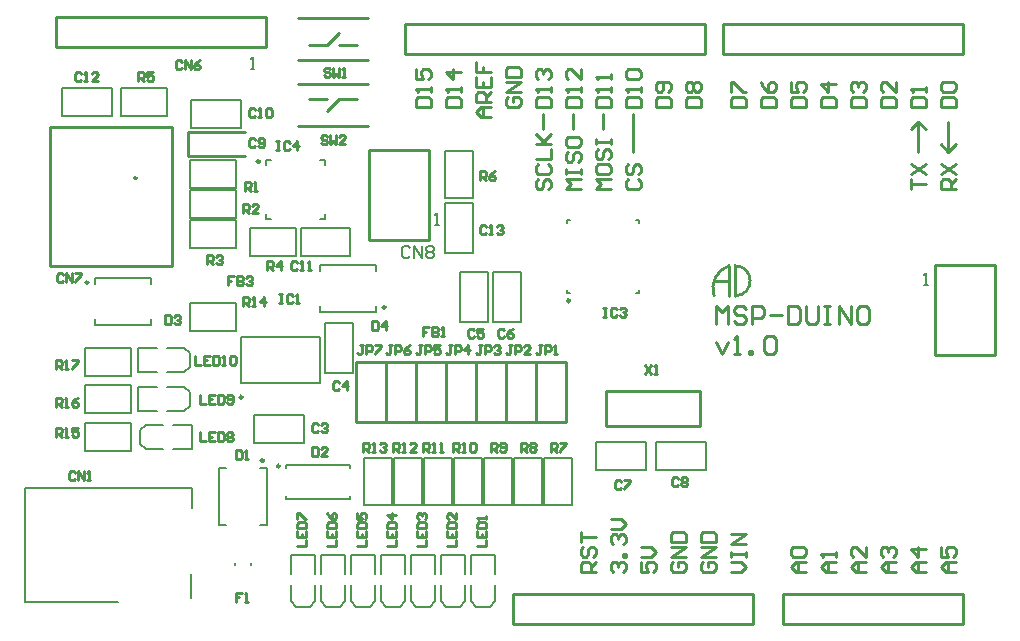
<source format=gto>
G04 Layer_Color=65535*
%FSLAX25Y25*%
%MOIN*%
G70*
G01*
G75*
%ADD32C,0.01000*%
%ADD43C,0.00984*%
%ADD44C,0.00787*%
%ADD45C,0.00600*%
D32*
X229000Y114500D02*
G03*
X229000Y124500I0J5000D01*
G01*
X227000Y124500D02*
G03*
X222000Y114500I2500J-7500D01*
G01*
X29461Y153800D02*
G03*
X29461Y153800I-361J0D01*
G01*
X155000Y5000D02*
X235000D01*
Y15000D01*
X155000D02*
X235000D01*
X155000Y5000D02*
Y15000D01*
X227000Y114500D02*
Y124500D01*
X229000Y114500D02*
Y124500D01*
X222000Y119500D02*
X227000D01*
X107000Y133000D02*
X127000D01*
X107000D02*
Y163000D01*
X127000Y133000D02*
Y163000D01*
X107000D02*
X127000D01*
X93032Y176031D02*
X96969Y179969D01*
X87126D02*
X93032D01*
X96969D02*
X102874D01*
X83189Y170913D02*
X106811D01*
X83189Y185087D02*
X106811D01*
X93032Y198031D02*
X96969Y201969D01*
Y198031D02*
X102874D01*
X87126D02*
X93032D01*
X83189Y207087D02*
X106811D01*
X83189Y192913D02*
X106811D01*
X600Y170800D02*
X41300D01*
Y124300D02*
Y170800D01*
X600Y124300D02*
X41300D01*
X600D02*
Y170800D01*
X219000Y195000D02*
Y205000D01*
X119000Y195000D02*
X219000D01*
X119000D02*
Y205000D01*
X219000D01*
X225000D02*
X305000D01*
X225000Y195000D02*
Y205000D01*
Y195000D02*
X305000D01*
Y205000D01*
X245000Y15000D02*
X305000D01*
Y5000D02*
Y15000D01*
X245000Y5000D02*
Y15000D01*
Y5000D02*
X305000D01*
X295551Y124803D02*
X315551D01*
Y94803D02*
Y124803D01*
X295551Y94803D02*
Y124803D01*
Y94803D02*
X315551D01*
X185882Y71095D02*
X217378D01*
Y82906D01*
X185882D02*
X217378D01*
X185882Y71095D02*
Y82906D01*
X72500Y197500D02*
Y207500D01*
X2500Y197500D02*
X72500D01*
X2500D02*
Y207500D01*
X72500D01*
X102500Y72500D02*
Y92500D01*
Y72500D02*
X112500D01*
Y92500D01*
X102500D02*
X112500D01*
Y72500D02*
Y92500D01*
Y72500D02*
X122500D01*
Y92500D01*
X112500D02*
X122500D01*
Y72500D02*
Y92500D01*
Y72500D02*
X132500D01*
Y92500D01*
X122500D02*
X132500D01*
Y72500D02*
Y92500D01*
Y72500D02*
X142500D01*
Y92500D01*
X132500D02*
X142500D01*
Y72500D02*
Y92500D01*
Y72500D02*
X152500D01*
Y92500D01*
X142500D02*
X152500D01*
Y72500D02*
Y92500D01*
Y72500D02*
X162500D01*
Y92500D01*
X152500D02*
X162500D01*
Y72500D02*
Y92500D01*
Y72500D02*
X172500D01*
Y92500D01*
X162500D02*
X172500D01*
X46500Y161000D02*
X65500D01*
X46500D02*
Y169000D01*
X65500D01*
X300000Y162500D02*
Y172500D01*
X297500Y165000D02*
X300000Y162500D01*
X302500Y165000D01*
X290000Y162500D02*
Y172500D01*
X287500Y170000D02*
X290000Y172500D01*
X292500Y170000D01*
X195000Y162500D02*
Y175000D01*
X185000Y170000D02*
Y175000D01*
X175000Y170000D02*
Y175000D01*
X165000Y170000D02*
Y175000D01*
X77000Y114999D02*
X78000D01*
X77500D01*
Y112000D01*
X77000D01*
X78000D01*
X81498Y114499D02*
X80999Y114999D01*
X79999D01*
X79499Y114499D01*
Y112500D01*
X79999Y112000D01*
X80999D01*
X81498Y112500D01*
X82498Y112000D02*
X83498D01*
X82998D01*
Y114999D01*
X82498Y114499D01*
X133001Y31000D02*
X136000D01*
Y32999D01*
X133001Y35998D02*
Y33999D01*
X136000D01*
Y35998D01*
X134501Y33999D02*
Y34999D01*
X133001Y36998D02*
X136000D01*
Y38498D01*
X135500Y38997D01*
X133501D01*
X133001Y38498D01*
Y36998D01*
X136000Y41996D02*
Y39997D01*
X134001Y41996D01*
X133501D01*
X133001Y41497D01*
Y40497D01*
X133501Y39997D01*
X8999Y55499D02*
X8500Y55999D01*
X7500D01*
X7000Y55499D01*
Y53500D01*
X7500Y53000D01*
X8500D01*
X8999Y53500D01*
X9999Y53000D02*
Y55999D01*
X11998Y53000D01*
Y55999D01*
X12998Y53000D02*
X13998D01*
X13498D01*
Y55999D01*
X12998Y55499D01*
X2500Y90000D02*
Y92999D01*
X3999D01*
X4499Y92499D01*
Y91500D01*
X3999Y91000D01*
X2500D01*
X3500D02*
X4499Y90000D01*
X5499D02*
X6499D01*
X5999D01*
Y92999D01*
X5499Y92499D01*
X7998Y92999D02*
X9998D01*
Y92499D01*
X7998Y90500D01*
Y90000D01*
X2500Y77500D02*
Y80499D01*
X3999D01*
X4499Y79999D01*
Y79000D01*
X3999Y78500D01*
X2500D01*
X3500D02*
X4499Y77500D01*
X5499D02*
X6499D01*
X5999D01*
Y80499D01*
X5499Y79999D01*
X9998Y80499D02*
X8998Y79999D01*
X7998Y79000D01*
Y78000D01*
X8498Y77500D01*
X9498D01*
X9998Y78000D01*
Y78500D01*
X9498Y79000D01*
X7998D01*
X2500Y67500D02*
Y70499D01*
X3999D01*
X4499Y69999D01*
Y68999D01*
X3999Y68500D01*
X2500D01*
X3500D02*
X4499Y67500D01*
X5499D02*
X6499D01*
X5999D01*
Y70499D01*
X5499Y69999D01*
X9998Y70499D02*
X7998D01*
Y68999D01*
X8998Y69499D01*
X9498D01*
X9998Y68999D01*
Y68000D01*
X9498Y67500D01*
X8498D01*
X7998Y68000D01*
X65000Y111000D02*
Y113999D01*
X66500D01*
X66999Y113499D01*
Y112499D01*
X66500Y112000D01*
X65000D01*
X66000D02*
X66999Y111000D01*
X67999D02*
X68999D01*
X68499D01*
Y113999D01*
X67999Y113499D01*
X71998Y111000D02*
Y113999D01*
X70498Y112499D01*
X72498D01*
X49000Y94499D02*
Y91500D01*
X50999D01*
X53998Y94499D02*
X51999D01*
Y91500D01*
X53998D01*
X51999Y93000D02*
X52999D01*
X54998Y94499D02*
Y91500D01*
X56498D01*
X56997Y92000D01*
Y93999D01*
X56498Y94499D01*
X54998D01*
X57997Y91500D02*
X58997D01*
X58497D01*
Y94499D01*
X57997Y93999D01*
X60496D02*
X60996Y94499D01*
X61996D01*
X62496Y93999D01*
Y92000D01*
X61996Y91500D01*
X60996D01*
X60496Y92000D01*
Y93999D01*
X50500Y81499D02*
Y78500D01*
X52499D01*
X55498Y81499D02*
X53499D01*
Y78500D01*
X55498D01*
X53499Y80000D02*
X54499D01*
X56498Y81499D02*
Y78500D01*
X57998D01*
X58497Y79000D01*
Y80999D01*
X57998Y81499D01*
X56498D01*
X59497Y79000D02*
X59997Y78500D01*
X60997D01*
X61496Y79000D01*
Y80999D01*
X60997Y81499D01*
X59997D01*
X59497Y80999D01*
Y80499D01*
X59997Y80000D01*
X61496D01*
X50500Y68999D02*
Y66000D01*
X52499D01*
X55498Y68999D02*
X53499D01*
Y66000D01*
X55498D01*
X53499Y67500D02*
X54499D01*
X56498Y68999D02*
Y66000D01*
X57998D01*
X58497Y66500D01*
Y68499D01*
X57998Y68999D01*
X56498D01*
X59497Y68499D02*
X59997Y68999D01*
X60997D01*
X61496Y68499D01*
Y67999D01*
X60997Y67500D01*
X61496Y67000D01*
Y66500D01*
X60997Y66000D01*
X59997D01*
X59497Y66500D01*
Y67000D01*
X59997Y67500D01*
X59497Y67999D01*
Y68499D01*
X59997Y67500D02*
X60997D01*
X61999Y120999D02*
X60000D01*
Y119500D01*
X61000D01*
X60000D01*
Y118000D01*
X62999Y120999D02*
Y118000D01*
X64499D01*
X64998Y118500D01*
Y119000D01*
X64499Y119500D01*
X62999D01*
X64499D01*
X64998Y119999D01*
Y120499D01*
X64499Y120999D01*
X62999D01*
X65998Y120499D02*
X66498Y120999D01*
X67498D01*
X67997Y120499D01*
Y119999D01*
X67498Y119500D01*
X66998D01*
X67498D01*
X67997Y119000D01*
Y118500D01*
X67498Y118000D01*
X66498D01*
X65998Y118500D01*
X64499Y15499D02*
X62500D01*
Y13999D01*
X63500D01*
X62500D01*
Y12500D01*
X65499D02*
X66499D01*
X65999D01*
Y15499D01*
X65499Y14999D01*
X39000Y107999D02*
Y105000D01*
X40499D01*
X40999Y105500D01*
Y107499D01*
X40499Y107999D01*
X39000D01*
X41999Y107499D02*
X42499Y107999D01*
X43499D01*
X43998Y107499D01*
Y106999D01*
X43499Y106500D01*
X42999D01*
X43499D01*
X43998Y106000D01*
Y105500D01*
X43499Y105000D01*
X42499D01*
X41999Y105500D01*
X88000Y63999D02*
Y61000D01*
X89499D01*
X89999Y61500D01*
Y63499D01*
X89499Y63999D01*
X88000D01*
X92998Y61000D02*
X90999D01*
X92998Y62999D01*
Y63499D01*
X92499Y63999D01*
X91499D01*
X90999Y63499D01*
X4999Y121499D02*
X4499Y121999D01*
X3500D01*
X3000Y121499D01*
Y119500D01*
X3500Y119000D01*
X4499D01*
X4999Y119500D01*
X5999Y119000D02*
Y121999D01*
X7998Y119000D01*
Y121999D01*
X8998D02*
X10997D01*
Y121499D01*
X8998Y119500D01*
Y119000D01*
X199000Y91499D02*
X200999Y88500D01*
Y91499D02*
X199000Y88500D01*
X201999D02*
X202999D01*
X202499D01*
Y91499D01*
X201999Y90999D01*
X126999Y103999D02*
X125000D01*
Y102499D01*
X126000D01*
X125000D01*
Y101000D01*
X127999Y103999D02*
Y101000D01*
X129499D01*
X129998Y101500D01*
Y102000D01*
X129499Y102499D01*
X127999D01*
X129499D01*
X129998Y102999D01*
Y103499D01*
X129499Y103999D01*
X127999D01*
X130998Y101000D02*
X131998D01*
X131498D01*
Y103999D01*
X130998Y103499D01*
X62500Y62999D02*
Y60000D01*
X63999D01*
X64499Y60500D01*
Y62499D01*
X63999Y62999D01*
X62500D01*
X65499Y60000D02*
X66499D01*
X65999D01*
Y62999D01*
X65499Y62499D01*
X209999Y53499D02*
X209500Y53999D01*
X208500D01*
X208000Y53499D01*
Y51500D01*
X208500Y51000D01*
X209500D01*
X209999Y51500D01*
X210999Y53499D02*
X211499Y53999D01*
X212498D01*
X212998Y53499D01*
Y52999D01*
X212498Y52500D01*
X212998Y52000D01*
Y51500D01*
X212498Y51000D01*
X211499D01*
X210999Y51500D01*
Y52000D01*
X211499Y52500D01*
X210999Y52999D01*
Y53499D01*
X211499Y52500D02*
X212498D01*
X190999Y52499D02*
X190499Y52999D01*
X189500D01*
X189000Y52499D01*
Y50500D01*
X189500Y50000D01*
X190499D01*
X190999Y50500D01*
X191999Y52999D02*
X193998D01*
Y52499D01*
X191999Y50500D01*
Y50000D01*
X151999Y102999D02*
X151499Y103499D01*
X150500D01*
X150000Y102999D01*
Y101000D01*
X150500Y100500D01*
X151499D01*
X151999Y101000D01*
X154998Y103499D02*
X153999Y102999D01*
X152999Y101999D01*
Y101000D01*
X153499Y100500D01*
X154499D01*
X154998Y101000D01*
Y101500D01*
X154499Y101999D01*
X152999D01*
X141999Y102999D02*
X141499Y103499D01*
X140500D01*
X140000Y102999D01*
Y101000D01*
X140500Y100500D01*
X141499D01*
X141999Y101000D01*
X144998Y103499D02*
X142999D01*
Y101999D01*
X143999Y102499D01*
X144499D01*
X144998Y101999D01*
Y101000D01*
X144499Y100500D01*
X143499D01*
X142999Y101000D01*
X96999Y85499D02*
X96500Y85999D01*
X95500D01*
X95000Y85499D01*
Y83500D01*
X95500Y83000D01*
X96500D01*
X96999Y83500D01*
X99499Y83000D02*
Y85999D01*
X97999Y84500D01*
X99998D01*
X89999Y71499D02*
X89499Y71999D01*
X88500D01*
X88000Y71499D01*
Y69500D01*
X88500Y69000D01*
X89499D01*
X89999Y69500D01*
X90999Y71499D02*
X91499Y71999D01*
X92499D01*
X92998Y71499D01*
Y70999D01*
X92499Y70499D01*
X91999D01*
X92499D01*
X92998Y70000D01*
Y69500D01*
X92499Y69000D01*
X91499D01*
X90999Y69500D01*
X68999Y166499D02*
X68499Y166999D01*
X67500D01*
X67000Y166499D01*
Y164500D01*
X67500Y164000D01*
X68499D01*
X68999Y164500D01*
X69999D02*
X70499Y164000D01*
X71499D01*
X71998Y164500D01*
Y166499D01*
X71499Y166999D01*
X70499D01*
X69999Y166499D01*
Y165999D01*
X70499Y165499D01*
X71998D01*
X68999Y176499D02*
X68499Y176999D01*
X67500D01*
X67000Y176499D01*
Y174500D01*
X67500Y174000D01*
X68499D01*
X68999Y174500D01*
X69999Y174000D02*
X70999D01*
X70499D01*
Y176999D01*
X69999Y176499D01*
X72498D02*
X72998Y176999D01*
X73998D01*
X74498Y176499D01*
Y174500D01*
X73998Y174000D01*
X72998D01*
X72498Y174500D01*
Y176499D01*
X82999Y125499D02*
X82499Y125999D01*
X81500D01*
X81000Y125499D01*
Y123500D01*
X81500Y123000D01*
X82499D01*
X82999Y123500D01*
X83999Y123000D02*
X84999D01*
X84499D01*
Y125999D01*
X83999Y125499D01*
X86498Y123000D02*
X87498D01*
X86998D01*
Y125999D01*
X86498Y125499D01*
X76000Y165999D02*
X77000D01*
X76500D01*
Y163000D01*
X76000D01*
X77000D01*
X80498Y165499D02*
X79999Y165999D01*
X78999D01*
X78499Y165499D01*
Y163500D01*
X78999Y163000D01*
X79999D01*
X80498Y163500D01*
X82998Y163000D02*
Y165999D01*
X81498Y164499D01*
X83498D01*
X65500Y149500D02*
Y152499D01*
X67000D01*
X67499Y151999D01*
Y150999D01*
X67000Y150500D01*
X65500D01*
X66500D02*
X67499Y149500D01*
X68499D02*
X69499D01*
X68999D01*
Y152499D01*
X68499Y151999D01*
X65000Y142000D02*
Y144999D01*
X66500D01*
X66999Y144499D01*
Y143500D01*
X66500Y143000D01*
X65000D01*
X66000D02*
X66999Y142000D01*
X69998D02*
X67999D01*
X69998Y143999D01*
Y144499D01*
X69499Y144999D01*
X68499D01*
X67999Y144499D01*
X53000Y125000D02*
Y127999D01*
X54500D01*
X54999Y127499D01*
Y126499D01*
X54500Y126000D01*
X53000D01*
X54000D02*
X54999Y125000D01*
X55999Y127499D02*
X56499Y127999D01*
X57499D01*
X57998Y127499D01*
Y126999D01*
X57499Y126499D01*
X56999D01*
X57499D01*
X57998Y126000D01*
Y125500D01*
X57499Y125000D01*
X56499D01*
X55999Y125500D01*
X73000Y123000D02*
Y125999D01*
X74499D01*
X74999Y125499D01*
Y124499D01*
X74499Y124000D01*
X73000D01*
X74000D02*
X74999Y123000D01*
X77499D02*
Y125999D01*
X75999Y124499D01*
X77998D01*
X185000Y110499D02*
X186000D01*
X185500D01*
Y107500D01*
X185000D01*
X186000D01*
X189498Y109999D02*
X188999Y110499D01*
X187999D01*
X187499Y109999D01*
Y108000D01*
X187999Y107500D01*
X188999D01*
X189498Y108000D01*
X190498Y109999D02*
X190998Y110499D01*
X191998D01*
X192498Y109999D01*
Y109499D01*
X191998Y109000D01*
X191498D01*
X191998D01*
X192498Y108500D01*
Y108000D01*
X191998Y107500D01*
X190998D01*
X190498Y108000D01*
X10999Y188499D02*
X10499Y188999D01*
X9500D01*
X9000Y188499D01*
Y186500D01*
X9500Y186000D01*
X10499D01*
X10999Y186500D01*
X11999Y186000D02*
X12999D01*
X12499D01*
Y188999D01*
X11999Y188499D01*
X16498Y186000D02*
X14498D01*
X16498Y187999D01*
Y188499D01*
X15998Y188999D01*
X14998D01*
X14498Y188499D01*
X145999Y137499D02*
X145500Y137999D01*
X144500D01*
X144000Y137499D01*
Y135500D01*
X144500Y135000D01*
X145500D01*
X145999Y135500D01*
X146999Y135000D02*
X147999D01*
X147499D01*
Y137999D01*
X146999Y137499D01*
X149498D02*
X149998Y137999D01*
X150998D01*
X151498Y137499D01*
Y136999D01*
X150998Y136500D01*
X150498D01*
X150998D01*
X151498Y136000D01*
Y135500D01*
X150998Y135000D01*
X149998D01*
X149498Y135500D01*
X143001Y31000D02*
X146000D01*
Y32999D01*
X143001Y35998D02*
Y33999D01*
X146000D01*
Y35998D01*
X144501Y33999D02*
Y34999D01*
X143001Y36998D02*
X146000D01*
Y38498D01*
X145500Y38997D01*
X143501D01*
X143001Y38498D01*
Y36998D01*
X146000Y39997D02*
Y40997D01*
Y40497D01*
X143001D01*
X143501Y39997D01*
X123001Y31000D02*
X126000D01*
Y32999D01*
X123001Y35998D02*
Y33999D01*
X126000D01*
Y35998D01*
X124501Y33999D02*
Y34999D01*
X123001Y36998D02*
X126000D01*
Y38498D01*
X125500Y38997D01*
X123501D01*
X123001Y38498D01*
Y36998D01*
X123501Y39997D02*
X123001Y40497D01*
Y41497D01*
X123501Y41996D01*
X124001D01*
X124501Y41497D01*
Y40997D01*
Y41497D01*
X125000Y41996D01*
X125500D01*
X126000Y41497D01*
Y40497D01*
X125500Y39997D01*
X113001Y31000D02*
X116000D01*
Y32999D01*
X113001Y35998D02*
Y33999D01*
X116000D01*
Y35998D01*
X114500Y33999D02*
Y34999D01*
X113001Y36998D02*
X116000D01*
Y38498D01*
X115500Y38997D01*
X113501D01*
X113001Y38498D01*
Y36998D01*
X116000Y41497D02*
X113001D01*
X114500Y39997D01*
Y41996D01*
X30000Y186000D02*
Y188999D01*
X31499D01*
X31999Y188499D01*
Y187499D01*
X31499Y187000D01*
X30000D01*
X31000D02*
X31999Y186000D01*
X34998Y188999D02*
X32999D01*
Y187499D01*
X33999Y187999D01*
X34499D01*
X34998Y187499D01*
Y186500D01*
X34499Y186000D01*
X33499D01*
X32999Y186500D01*
X144000Y153000D02*
Y155999D01*
X145500D01*
X145999Y155499D01*
Y154499D01*
X145500Y154000D01*
X144000D01*
X145000D02*
X145999Y153000D01*
X148998Y155999D02*
X147999Y155499D01*
X146999Y154499D01*
Y153500D01*
X147499Y153000D01*
X148499D01*
X148998Y153500D01*
Y154000D01*
X148499Y154499D01*
X146999D01*
X167500Y62500D02*
Y65499D01*
X169000D01*
X169499Y64999D01*
Y63999D01*
X169000Y63500D01*
X167500D01*
X168500D02*
X169499Y62500D01*
X170499Y65499D02*
X172498D01*
Y64999D01*
X170499Y63000D01*
Y62500D01*
X157500D02*
Y65499D01*
X159000D01*
X159499Y64999D01*
Y63999D01*
X159000Y63500D01*
X157500D01*
X158500D02*
X159499Y62500D01*
X160499Y64999D02*
X160999Y65499D01*
X161999D01*
X162498Y64999D01*
Y64499D01*
X161999Y63999D01*
X162498Y63500D01*
Y63000D01*
X161999Y62500D01*
X160999D01*
X160499Y63000D01*
Y63500D01*
X160999Y63999D01*
X160499Y64499D01*
Y64999D01*
X160999Y63999D02*
X161999D01*
X147500Y62500D02*
Y65499D01*
X149000D01*
X149499Y64999D01*
Y63999D01*
X149000Y63500D01*
X147500D01*
X148500D02*
X149499Y62500D01*
X150499Y63000D02*
X150999Y62500D01*
X151999D01*
X152498Y63000D01*
Y64999D01*
X151999Y65499D01*
X150999D01*
X150499Y64999D01*
Y64499D01*
X150999Y63999D01*
X152498D01*
X135000Y62500D02*
Y65499D01*
X136500D01*
X136999Y64999D01*
Y63999D01*
X136500Y63500D01*
X135000D01*
X136000D02*
X136999Y62500D01*
X137999D02*
X138999D01*
X138499D01*
Y65499D01*
X137999Y64999D01*
X140498D02*
X140998Y65499D01*
X141998D01*
X142498Y64999D01*
Y63000D01*
X141998Y62500D01*
X140998D01*
X140498Y63000D01*
Y64999D01*
X93999Y189999D02*
X93499Y190499D01*
X92500D01*
X92000Y189999D01*
Y189499D01*
X92500Y188999D01*
X93499D01*
X93999Y188500D01*
Y188000D01*
X93499Y187500D01*
X92500D01*
X92000Y188000D01*
X94999Y190499D02*
Y187500D01*
X95999Y188500D01*
X96998Y187500D01*
Y190499D01*
X97998Y187500D02*
X98998D01*
X98498D01*
Y190499D01*
X97998Y189999D01*
X92999Y167499D02*
X92500Y167999D01*
X91500D01*
X91000Y167499D01*
Y166999D01*
X91500Y166499D01*
X92500D01*
X92999Y166000D01*
Y165500D01*
X92500Y165000D01*
X91500D01*
X91000Y165500D01*
X93999Y167999D02*
Y165000D01*
X94999Y166000D01*
X95998Y165000D01*
Y167999D01*
X98997Y165000D02*
X96998D01*
X98997Y166999D01*
Y167499D01*
X98498Y167999D01*
X97498D01*
X96998Y167499D01*
X44499Y192499D02*
X43999Y192999D01*
X43000D01*
X42500Y192499D01*
Y190500D01*
X43000Y190000D01*
X43999D01*
X44499Y190500D01*
X45499Y190000D02*
Y192999D01*
X47498Y190000D01*
Y192999D01*
X50497D02*
X49498Y192499D01*
X48498Y191499D01*
Y190500D01*
X48998Y190000D01*
X49998D01*
X50497Y190500D01*
Y191000D01*
X49998Y191499D01*
X48498D01*
X164499Y97999D02*
X163500D01*
X163999D01*
Y95500D01*
X163500Y95000D01*
X163000D01*
X162500Y95500D01*
X165499Y95000D02*
Y97999D01*
X166999D01*
X167498Y97499D01*
Y96500D01*
X166999Y96000D01*
X165499D01*
X168498Y95000D02*
X169498D01*
X168998D01*
Y97999D01*
X168498Y97499D01*
X154499Y97999D02*
X153500D01*
X153999D01*
Y95500D01*
X153500Y95000D01*
X153000D01*
X152500Y95500D01*
X155499Y95000D02*
Y97999D01*
X156999D01*
X157498Y97499D01*
Y96500D01*
X156999Y96000D01*
X155499D01*
X160497Y95000D02*
X158498D01*
X160497Y96999D01*
Y97499D01*
X159998Y97999D01*
X158998D01*
X158498Y97499D01*
X144499Y97999D02*
X143500D01*
X144000D01*
Y95500D01*
X143500Y95000D01*
X143000D01*
X142500Y95500D01*
X145499Y95000D02*
Y97999D01*
X146999D01*
X147498Y97499D01*
Y96500D01*
X146999Y96000D01*
X145499D01*
X148498Y97499D02*
X148998Y97999D01*
X149998D01*
X150497Y97499D01*
Y96999D01*
X149998Y96500D01*
X149498D01*
X149998D01*
X150497Y96000D01*
Y95500D01*
X149998Y95000D01*
X148998D01*
X148498Y95500D01*
X134499Y97999D02*
X133500D01*
X134000D01*
Y95500D01*
X133500Y95000D01*
X133000D01*
X132500Y95500D01*
X135499Y95000D02*
Y97999D01*
X136999D01*
X137498Y97499D01*
Y96500D01*
X136999Y96000D01*
X135499D01*
X139998Y95000D02*
Y97999D01*
X138498Y96500D01*
X140497D01*
X124499Y97999D02*
X123500D01*
X124000D01*
Y95500D01*
X123500Y95000D01*
X123000D01*
X122500Y95500D01*
X125499Y95000D02*
Y97999D01*
X126999D01*
X127498Y97499D01*
Y96500D01*
X126999Y96000D01*
X125499D01*
X130497Y97999D02*
X128498D01*
Y96500D01*
X129498Y96999D01*
X129998D01*
X130497Y96500D01*
Y95500D01*
X129998Y95000D01*
X128998D01*
X128498Y95500D01*
X104999Y97999D02*
X104000D01*
X104499D01*
Y95500D01*
X104000Y95000D01*
X103500D01*
X103000Y95500D01*
X105999Y95000D02*
Y97999D01*
X107499D01*
X107998Y97499D01*
Y96500D01*
X107499Y96000D01*
X105999D01*
X108998Y97999D02*
X110997D01*
Y97499D01*
X108998Y95500D01*
Y95000D01*
X114499Y97999D02*
X113500D01*
X113999D01*
Y95500D01*
X113500Y95000D01*
X113000D01*
X112500Y95500D01*
X115499Y95000D02*
Y97999D01*
X116999D01*
X117498Y97499D01*
Y96500D01*
X116999Y96000D01*
X115499D01*
X120497Y97999D02*
X119498Y97499D01*
X118498Y96500D01*
Y95500D01*
X118998Y95000D01*
X119998D01*
X120497Y95500D01*
Y96000D01*
X119998Y96500D01*
X118498D01*
X103001Y31000D02*
X106000D01*
Y32999D01*
X103001Y35998D02*
Y33999D01*
X106000D01*
Y35998D01*
X104500Y33999D02*
Y34999D01*
X103001Y36998D02*
X106000D01*
Y38498D01*
X105500Y38997D01*
X103501D01*
X103001Y38498D01*
Y36998D01*
Y41996D02*
Y39997D01*
X104500D01*
X104001Y40997D01*
Y41497D01*
X104500Y41996D01*
X105500D01*
X106000Y41497D01*
Y40497D01*
X105500Y39997D01*
X93001Y31000D02*
X96000D01*
Y32999D01*
X93001Y35998D02*
Y33999D01*
X96000D01*
Y35998D01*
X94500Y33999D02*
Y34999D01*
X93001Y36998D02*
X96000D01*
Y38498D01*
X95500Y38997D01*
X93501D01*
X93001Y38498D01*
Y36998D01*
Y41996D02*
X93501Y40997D01*
X94500Y39997D01*
X95500D01*
X96000Y40497D01*
Y41497D01*
X95500Y41996D01*
X95000D01*
X94500Y41497D01*
Y39997D01*
X83001Y31000D02*
X86000D01*
Y32999D01*
X83001Y35998D02*
Y33999D01*
X86000D01*
Y35998D01*
X84500Y33999D02*
Y34999D01*
X83001Y36998D02*
X86000D01*
Y38498D01*
X85500Y38997D01*
X83501D01*
X83001Y38498D01*
Y36998D01*
Y39997D02*
Y41996D01*
X83501D01*
X85500Y39997D01*
X86000D01*
X125000Y62500D02*
Y65499D01*
X126499D01*
X126999Y64999D01*
Y63999D01*
X126499Y63500D01*
X125000D01*
X126000D02*
X126999Y62500D01*
X127999D02*
X128999D01*
X128499D01*
Y65499D01*
X127999Y64999D01*
X130498Y62500D02*
X131498D01*
X130998D01*
Y65499D01*
X130498Y64999D01*
X115000Y62500D02*
Y65499D01*
X116499D01*
X116999Y64999D01*
Y63999D01*
X116499Y63500D01*
X115000D01*
X116000D02*
X116999Y62500D01*
X117999D02*
X118999D01*
X118499D01*
Y65499D01*
X117999Y64999D01*
X122498Y62500D02*
X120498D01*
X122498Y64499D01*
Y64999D01*
X121998Y65499D01*
X120998D01*
X120498Y64999D01*
X105000Y62500D02*
Y65499D01*
X106500D01*
X106999Y64999D01*
Y63999D01*
X106500Y63500D01*
X105000D01*
X106000D02*
X106999Y62500D01*
X107999D02*
X108999D01*
X108499D01*
Y65499D01*
X107999Y64999D01*
X110498D02*
X110998Y65499D01*
X111998D01*
X112498Y64999D01*
Y64499D01*
X111998Y63999D01*
X111498D01*
X111998D01*
X112498Y63500D01*
Y63000D01*
X111998Y62500D01*
X110998D01*
X110498Y63000D01*
X108000Y105999D02*
Y103000D01*
X109500D01*
X109999Y103500D01*
Y105499D01*
X109500Y105999D01*
X108000D01*
X112499Y103000D02*
Y105999D01*
X110999Y104499D01*
X112998D01*
X297502Y177500D02*
X302500D01*
Y179999D01*
X301667Y180832D01*
X298335D01*
X297502Y179999D01*
Y177500D01*
X298335Y182498D02*
X297502Y183331D01*
Y184998D01*
X298335Y185831D01*
X301667D01*
X302500Y184998D01*
Y183331D01*
X301667Y182498D01*
X298335D01*
X287502Y177500D02*
X292500D01*
Y179999D01*
X291667Y180832D01*
X288335D01*
X287502Y179999D01*
Y177500D01*
X292500Y182498D02*
Y184165D01*
Y183331D01*
X287502D01*
X288335Y182498D01*
X277502Y177500D02*
X282500D01*
Y179999D01*
X281667Y180832D01*
X278335D01*
X277502Y179999D01*
Y177500D01*
X282500Y185831D02*
Y182498D01*
X279168Y185831D01*
X278335D01*
X277502Y184998D01*
Y183331D01*
X278335Y182498D01*
X267502Y177500D02*
X272500D01*
Y179999D01*
X271667Y180832D01*
X268335D01*
X267502Y179999D01*
Y177500D01*
X268335Y182498D02*
X267502Y183331D01*
Y184998D01*
X268335Y185831D01*
X269168D01*
X270001Y184998D01*
Y184165D01*
Y184998D01*
X270834Y185831D01*
X271667D01*
X272500Y184998D01*
Y183331D01*
X271667Y182498D01*
X257502Y177500D02*
X262500D01*
Y179999D01*
X261667Y180832D01*
X258335D01*
X257502Y179999D01*
Y177500D01*
X262500Y184998D02*
X257502D01*
X260001Y182498D01*
Y185831D01*
X247502Y177500D02*
X252500D01*
Y179999D01*
X251667Y180832D01*
X248335D01*
X247502Y179999D01*
Y177500D01*
Y185831D02*
Y182498D01*
X250001D01*
X249168Y184165D01*
Y184998D01*
X250001Y185831D01*
X251667D01*
X252500Y184998D01*
Y183331D01*
X251667Y182498D01*
X237502Y177500D02*
X242500D01*
Y179999D01*
X241667Y180832D01*
X238335D01*
X237502Y179999D01*
Y177500D01*
Y185831D02*
X238335Y184165D01*
X240001Y182498D01*
X241667D01*
X242500Y183331D01*
Y184998D01*
X241667Y185831D01*
X240834D01*
X240001Y184998D01*
Y182498D01*
X227502Y177500D02*
X232500D01*
Y179999D01*
X231667Y180832D01*
X228335D01*
X227502Y179999D01*
Y177500D01*
Y182498D02*
Y185831D01*
X228335D01*
X231667Y182498D01*
X232500D01*
X212502Y177500D02*
X217500D01*
Y179999D01*
X216667Y180832D01*
X213335D01*
X212502Y179999D01*
Y177500D01*
X213335Y182498D02*
X212502Y183331D01*
Y184998D01*
X213335Y185831D01*
X214168D01*
X215001Y184998D01*
X215834Y185831D01*
X216667D01*
X217500Y184998D01*
Y183331D01*
X216667Y182498D01*
X215834D01*
X215001Y183331D01*
X214168Y182498D01*
X213335D01*
X215001Y183331D02*
Y184998D01*
X202502Y177500D02*
X207500D01*
Y179999D01*
X206667Y180832D01*
X203335D01*
X202502Y179999D01*
Y177500D01*
X206667Y182498D02*
X207500Y183331D01*
Y184998D01*
X206667Y185831D01*
X203335D01*
X202502Y184998D01*
Y183331D01*
X203335Y182498D01*
X204168D01*
X205001Y183331D01*
Y185831D01*
X192502Y177500D02*
X197500D01*
Y179999D01*
X196667Y180832D01*
X193335D01*
X192502Y179999D01*
Y177500D01*
X197500Y182498D02*
Y184165D01*
Y183331D01*
X192502D01*
X193335Y182498D01*
Y186664D02*
X192502Y187497D01*
Y189163D01*
X193335Y189996D01*
X196667D01*
X197500Y189163D01*
Y187497D01*
X196667Y186664D01*
X193335D01*
X182502Y177500D02*
X187500D01*
Y179999D01*
X186667Y180832D01*
X183335D01*
X182502Y179999D01*
Y177500D01*
X187500Y182498D02*
Y184165D01*
Y183331D01*
X182502D01*
X183335Y182498D01*
X187500Y186664D02*
Y188330D01*
Y187497D01*
X182502D01*
X183335Y186664D01*
X172502Y177500D02*
X177500D01*
Y179999D01*
X176667Y180832D01*
X173335D01*
X172502Y179999D01*
Y177500D01*
X177500Y182498D02*
Y184165D01*
Y183331D01*
X172502D01*
X173335Y182498D01*
X177500Y189996D02*
Y186664D01*
X174168Y189996D01*
X173335D01*
X172502Y189163D01*
Y187497D01*
X173335Y186664D01*
X162502Y177500D02*
X167500D01*
Y179999D01*
X166667Y180832D01*
X163335D01*
X162502Y179999D01*
Y177500D01*
X167500Y182498D02*
Y184165D01*
Y183331D01*
X162502D01*
X163335Y182498D01*
Y186664D02*
X162502Y187497D01*
Y189163D01*
X163335Y189996D01*
X164168D01*
X165001Y189163D01*
Y188330D01*
Y189163D01*
X165834Y189996D01*
X166667D01*
X167500Y189163D01*
Y187497D01*
X166667Y186664D01*
X153335Y180832D02*
X152502Y179999D01*
Y178333D01*
X153335Y177500D01*
X156667D01*
X157500Y178333D01*
Y179999D01*
X156667Y180832D01*
X155001D01*
Y179166D01*
X157500Y182498D02*
X152502D01*
X157500Y185831D01*
X152502D01*
Y187497D02*
X157500D01*
Y189996D01*
X156667Y190829D01*
X153335D01*
X152502Y189996D01*
Y187497D01*
X147500Y174000D02*
X144168D01*
X142502Y175666D01*
X144168Y177332D01*
X147500D01*
X145001D01*
Y174000D01*
X147500Y178998D02*
X142502D01*
Y181498D01*
X143335Y182331D01*
X145001D01*
X145834Y181498D01*
Y178998D01*
Y180665D02*
X147500Y182331D01*
X142502Y187329D02*
Y183997D01*
X147500D01*
Y187329D01*
X145001Y183997D02*
Y185663D01*
X142502Y192327D02*
Y188995D01*
X145001D01*
Y190661D01*
Y188995D01*
X147500D01*
X132502Y177500D02*
X137500D01*
Y179999D01*
X136667Y180832D01*
X133335D01*
X132502Y179999D01*
Y177500D01*
X137500Y182498D02*
Y184165D01*
Y183331D01*
X132502D01*
X133335Y182498D01*
X137500Y189163D02*
X132502D01*
X135001Y186664D01*
Y189996D01*
X122502Y177500D02*
X127500D01*
Y179999D01*
X126667Y180832D01*
X123335D01*
X122502Y179999D01*
Y177500D01*
X127500Y182498D02*
Y184165D01*
Y183331D01*
X122502D01*
X123335Y182498D01*
X122502Y189996D02*
Y186664D01*
X125001D01*
X124168Y188330D01*
Y189163D01*
X125001Y189996D01*
X126667D01*
X127500Y189163D01*
Y187497D01*
X126667Y186664D01*
X252500Y22500D02*
X249168D01*
X247502Y24166D01*
X249168Y25832D01*
X252500D01*
X250001D01*
Y22500D01*
X248335Y27498D02*
X247502Y28331D01*
Y29998D01*
X248335Y30831D01*
X251667D01*
X252500Y29998D01*
Y28331D01*
X251667Y27498D01*
X248335D01*
X262500Y22500D02*
X259168D01*
X257502Y24166D01*
X259168Y25832D01*
X262500D01*
X260001D01*
Y22500D01*
X262500Y27498D02*
Y29164D01*
Y28331D01*
X257502D01*
X258335Y27498D01*
X272500Y22500D02*
X269168D01*
X267502Y24166D01*
X269168Y25832D01*
X272500D01*
X270001D01*
Y22500D01*
X272500Y30831D02*
Y27498D01*
X269168Y30831D01*
X268335D01*
X267502Y29998D01*
Y28331D01*
X268335Y27498D01*
X282500Y22500D02*
X279168D01*
X277502Y24166D01*
X279168Y25832D01*
X282500D01*
X280001D01*
Y22500D01*
X278335Y27498D02*
X277502Y28331D01*
Y29998D01*
X278335Y30831D01*
X279168D01*
X280001Y29998D01*
Y29164D01*
Y29998D01*
X280834Y30831D01*
X281667D01*
X282500Y29998D01*
Y28331D01*
X281667Y27498D01*
X292500Y22500D02*
X289168D01*
X287502Y24166D01*
X289168Y25832D01*
X292500D01*
X290001D01*
Y22500D01*
X292500Y29998D02*
X287502D01*
X290001Y27498D01*
Y30831D01*
X302500Y22500D02*
X299168D01*
X297502Y24166D01*
X299168Y25832D01*
X302500D01*
X300001D01*
Y22500D01*
X297502Y30831D02*
Y27498D01*
X300001D01*
X299168Y29164D01*
Y29998D01*
X300001Y30831D01*
X301667D01*
X302500Y29998D01*
Y28331D01*
X301667Y27498D01*
X227502Y22500D02*
X230834D01*
X232500Y24166D01*
X230834Y25832D01*
X227502D01*
Y27498D02*
Y29164D01*
Y28331D01*
X232500D01*
Y27498D01*
Y29164D01*
Y31664D02*
X227502D01*
X232500Y34996D01*
X227502D01*
X218335Y25832D02*
X217502Y24999D01*
Y23333D01*
X218335Y22500D01*
X221667D01*
X222500Y23333D01*
Y24999D01*
X221667Y25832D01*
X220001D01*
Y24166D01*
X222500Y27498D02*
X217502D01*
X222500Y30831D01*
X217502D01*
Y32497D02*
X222500D01*
Y34996D01*
X221667Y35829D01*
X218335D01*
X217502Y34996D01*
Y32497D01*
X208335Y25832D02*
X207502Y24999D01*
Y23333D01*
X208335Y22500D01*
X211667D01*
X212500Y23333D01*
Y24999D01*
X211667Y25832D01*
X210001D01*
Y24166D01*
X212500Y27498D02*
X207502D01*
X212500Y30831D01*
X207502D01*
Y32497D02*
X212500D01*
Y34996D01*
X211667Y35829D01*
X208335D01*
X207502Y34996D01*
Y32497D01*
X197502Y25832D02*
Y22500D01*
X200001D01*
X199168Y24166D01*
Y24999D01*
X200001Y25832D01*
X201667D01*
X202500Y24999D01*
Y23333D01*
X201667Y22500D01*
X197502Y27498D02*
X200834D01*
X202500Y29164D01*
X200834Y30831D01*
X197502D01*
X188335Y22500D02*
X187502Y23333D01*
Y24999D01*
X188335Y25832D01*
X189168D01*
X190001Y24999D01*
Y24166D01*
Y24999D01*
X190834Y25832D01*
X191667D01*
X192500Y24999D01*
Y23333D01*
X191667Y22500D01*
X192500Y27498D02*
X191667D01*
Y28331D01*
X192500D01*
Y27498D01*
X188335Y31664D02*
X187502Y32497D01*
Y34163D01*
X188335Y34996D01*
X189168D01*
X190001Y34163D01*
Y33330D01*
Y34163D01*
X190834Y34996D01*
X191667D01*
X192500Y34163D01*
Y32497D01*
X191667Y31664D01*
X187502Y36662D02*
X190834D01*
X192500Y38328D01*
X190834Y39994D01*
X187502D01*
X182500Y22500D02*
X177502D01*
Y24999D01*
X178335Y25832D01*
X180001D01*
X180834Y24999D01*
Y22500D01*
Y24166D02*
X182500Y25832D01*
X178335Y30831D02*
X177502Y29998D01*
Y28331D01*
X178335Y27498D01*
X179168D01*
X180001Y28331D01*
Y29998D01*
X180834Y30831D01*
X181667D01*
X182500Y29998D01*
Y28331D01*
X181667Y27498D01*
X177502Y32497D02*
Y35829D01*
Y34163D01*
X182500D01*
X302500Y150000D02*
X297502D01*
Y152499D01*
X298335Y153332D01*
X300001D01*
X300834Y152499D01*
Y150000D01*
Y151666D02*
X302500Y153332D01*
X297502Y154998D02*
X302500Y158331D01*
X297502D02*
X302500Y154998D01*
X287502Y150000D02*
Y153332D01*
Y151666D01*
X292500D01*
X287502Y154998D02*
X292500Y158331D01*
X287502D02*
X292500Y154998D01*
X193335Y153332D02*
X192502Y152499D01*
Y150833D01*
X193335Y150000D01*
X196667D01*
X197500Y150833D01*
Y152499D01*
X196667Y153332D01*
X193335Y158331D02*
X192502Y157498D01*
Y155831D01*
X193335Y154998D01*
X194168D01*
X195001Y155831D01*
Y157498D01*
X195834Y158331D01*
X196667D01*
X197500Y157498D01*
Y155831D01*
X196667Y154998D01*
X187500Y150000D02*
X182502D01*
X184168Y151666D01*
X182502Y153332D01*
X187500D01*
X182502Y157498D02*
Y155831D01*
X183335Y154998D01*
X186667D01*
X187500Y155831D01*
Y157498D01*
X186667Y158331D01*
X183335D01*
X182502Y157498D01*
X183335Y163329D02*
X182502Y162496D01*
Y160830D01*
X183335Y159997D01*
X184168D01*
X185001Y160830D01*
Y162496D01*
X185834Y163329D01*
X186667D01*
X187500Y162496D01*
Y160830D01*
X186667Y159997D01*
X182502Y164995D02*
Y166661D01*
Y165828D01*
X187500D01*
Y164995D01*
Y166661D01*
X177500Y150000D02*
X172502D01*
X174168Y151666D01*
X172502Y153332D01*
X177500D01*
X172502Y154998D02*
Y156665D01*
Y155831D01*
X177500D01*
Y154998D01*
Y156665D01*
X173335Y162496D02*
X172502Y161663D01*
Y159997D01*
X173335Y159164D01*
X174168D01*
X175001Y159997D01*
Y161663D01*
X175834Y162496D01*
X176667D01*
X177500Y161663D01*
Y159997D01*
X176667Y159164D01*
X172502Y166661D02*
Y164995D01*
X173335Y164162D01*
X176667D01*
X177500Y164995D01*
Y166661D01*
X176667Y167494D01*
X173335D01*
X172502Y166661D01*
X163335Y153332D02*
X162502Y152499D01*
Y150833D01*
X163335Y150000D01*
X164168D01*
X165001Y150833D01*
Y152499D01*
X165834Y153332D01*
X166667D01*
X167500Y152499D01*
Y150833D01*
X166667Y150000D01*
X163335Y158331D02*
X162502Y157498D01*
Y155831D01*
X163335Y154998D01*
X166667D01*
X167500Y155831D01*
Y157498D01*
X166667Y158331D01*
X162502Y159997D02*
X167500D01*
Y163329D01*
X162502Y164995D02*
X167500D01*
X165834D01*
X162502Y168327D01*
X165001Y165828D01*
X167500Y168327D01*
X222500Y105000D02*
Y110998D01*
X224499Y108999D01*
X226499Y110998D01*
Y105000D01*
X232497Y109998D02*
X231497Y110998D01*
X229498D01*
X228498Y109998D01*
Y108999D01*
X229498Y107999D01*
X231497D01*
X232497Y106999D01*
Y106000D01*
X231497Y105000D01*
X229498D01*
X228498Y106000D01*
X234496Y105000D02*
Y110998D01*
X237495D01*
X238495Y109998D01*
Y107999D01*
X237495Y106999D01*
X234496D01*
X240494Y107999D02*
X244493D01*
X246492Y110998D02*
Y105000D01*
X249491D01*
X250491Y106000D01*
Y109998D01*
X249491Y110998D01*
X246492D01*
X252490D02*
Y106000D01*
X253490Y105000D01*
X255489D01*
X256489Y106000D01*
Y110998D01*
X258488D02*
X260488D01*
X259488D01*
Y105000D01*
X258488D01*
X260488D01*
X263487D02*
Y110998D01*
X267485Y105000D01*
Y110998D01*
X272484D02*
X270484D01*
X269485Y109998D01*
Y106000D01*
X270484Y105000D01*
X272484D01*
X273483Y106000D01*
Y109998D01*
X272484Y110998D01*
X222500Y98999D02*
X224499Y95000D01*
X226499Y98999D01*
X228498Y95000D02*
X230497D01*
X229498D01*
Y100998D01*
X228498Y99998D01*
X233496Y95000D02*
Y96000D01*
X234496D01*
Y95000D01*
X233496D01*
X238495Y99998D02*
X239494Y100998D01*
X241494D01*
X242494Y99998D01*
Y96000D01*
X241494Y95000D01*
X239494D01*
X238495Y96000D01*
Y99998D01*
D43*
X64803Y80697D02*
G03*
X64803Y80697I-492J0D01*
G01*
X77303Y57717D02*
G03*
X77303Y57717I-492J0D01*
G01*
X13484Y118898D02*
G03*
X13484Y118898I-492J0D01*
G01*
X71890Y59508D02*
G03*
X71890Y59508I-492J0D01*
G01*
X70591Y159252D02*
G03*
X70591Y159252I-492J0D01*
G01*
X173976Y112835D02*
G03*
X173976Y112835I-492J0D01*
G01*
X112500Y110602D02*
G03*
X112500Y110602I-492J0D01*
G01*
D44*
X64311Y85323D02*
X90689D01*
X64311Y100677D02*
X90689D01*
X64311Y85323D02*
Y100677D01*
X90689Y85323D02*
Y100677D01*
X131063Y21772D02*
Y28071D01*
X138937Y21772D02*
Y28071D01*
X131063D02*
X138937D01*
X132638Y10748D02*
X137362D01*
X131063Y12717D02*
Y18228D01*
X137362Y10748D02*
X138937Y12717D01*
X131063D02*
X132638Y10748D01*
X138937Y12717D02*
Y18228D01*
X108937Y12717D02*
Y18228D01*
X101063Y12717D02*
X102638Y10748D01*
X107362D02*
X108937Y12717D01*
X101063D02*
Y18228D01*
X102638Y10748D02*
X107362D01*
X101063Y28071D02*
X108937D01*
Y21772D02*
Y28071D01*
X101063Y21772D02*
Y28071D01*
X118937Y12717D02*
Y18228D01*
X111063Y12717D02*
X112638Y10748D01*
X117362D02*
X118937Y12717D01*
X111063D02*
Y18228D01*
X112638Y10748D02*
X117362D01*
X111063Y28071D02*
X118937D01*
Y21772D02*
Y28071D01*
X111063Y21772D02*
Y28071D01*
X39773Y96938D02*
X45284D01*
Y89064D02*
X47253Y90638D01*
X45284Y96938D02*
X47253Y95363D01*
X39773Y89064D02*
X45284D01*
X47253Y90638D02*
Y95363D01*
X29930Y89064D02*
Y96938D01*
X36229D01*
X29930Y89064D02*
X36229D01*
X128938Y12716D02*
Y18227D01*
X121064Y12716D02*
X122638Y10747D01*
X127363D02*
X128938Y12716D01*
X121064D02*
Y18227D01*
X122638Y10747D02*
X127363D01*
X121064Y28070D02*
X128938D01*
Y21771D02*
Y28070D01*
X121064Y21771D02*
Y28070D01*
X32717Y63563D02*
X38228D01*
X30748Y69862D02*
X32717Y71437D01*
X30748Y65138D02*
X32717Y63563D01*
Y71437D02*
X38228D01*
X30748Y65138D02*
Y69862D01*
X48071Y63563D02*
Y71437D01*
X41772Y63563D02*
X48071D01*
X41772Y71437D02*
X48071D01*
X88937Y12717D02*
Y18228D01*
X81063Y12717D02*
X82638Y10748D01*
X87362D02*
X88937Y12717D01*
X81063D02*
Y18228D01*
X82638Y10748D02*
X87362D01*
X81063Y28071D02*
X88937D01*
Y21772D02*
Y28071D01*
X81063Y21772D02*
Y28071D01*
X98937Y12717D02*
Y18228D01*
X91063Y12717D02*
X92638Y10748D01*
X97362D02*
X98937Y12717D01*
X91063D02*
Y18228D01*
X92638Y10748D02*
X97362D01*
X91063Y28071D02*
X98937D01*
Y21772D02*
Y28071D01*
X91063Y21772D02*
Y28071D01*
X29931Y76064D02*
X36230D01*
X29931Y83938D02*
X36230D01*
X29931Y76064D02*
Y83938D01*
X47254Y77639D02*
Y82363D01*
X39774Y76064D02*
X45285D01*
Y83938D02*
X47254Y82363D01*
X45285Y76064D02*
X47254Y77639D01*
X39774Y83938D02*
X45285D01*
X141064Y21770D02*
Y28069D01*
X148938Y21770D02*
Y28069D01*
X141064D02*
X148938D01*
X142639Y10746D02*
X147363D01*
X141064Y12715D02*
Y18226D01*
X147363Y10746D02*
X148938Y12715D01*
X141064D02*
X142639Y10746D01*
X148938Y12715D02*
Y18226D01*
X67559Y24606D02*
Y25394D01*
X62441Y24606D02*
Y25394D01*
X79370Y58209D02*
X100630D01*
X79370Y46791D02*
X100630D01*
X79370Y57126D02*
Y58209D01*
X100630Y57126D02*
Y58209D01*
X79370Y46791D02*
Y47874D01*
X100630Y46791D02*
Y47874D01*
X15551Y120374D02*
X34449D01*
X15551Y104626D02*
X34449D01*
X15551Y118307D02*
Y120374D01*
X34449Y118307D02*
Y120374D01*
X15551Y104626D02*
Y106693D01*
X34449Y104626D02*
Y106693D01*
X72874Y38051D02*
Y56949D01*
X57126Y38051D02*
Y56949D01*
X70807D02*
X72874D01*
X70807Y38051D02*
X72874D01*
X57126Y56949D02*
X59193D01*
X57126Y38051D02*
X59193D01*
X72658Y158169D02*
Y159843D01*
X74331D01*
X90669D02*
X92343D01*
Y158169D02*
Y159843D01*
Y140157D02*
Y141831D01*
X90669Y140157D02*
X92343D01*
X72658D02*
Y141831D01*
Y140157D02*
X74331D01*
X197106Y115394D02*
Y116378D01*
X196122Y115394D02*
X197106D01*
Y138622D02*
Y139606D01*
X196122D02*
X197106D01*
X172894D02*
X173878D01*
X172894Y138622D02*
Y139606D01*
Y115394D02*
Y116378D01*
Y115394D02*
X173878D01*
X90551Y122807D02*
Y124874D01*
X109449Y122807D02*
Y124874D01*
X90551Y109126D02*
Y111193D01*
X109449Y109126D02*
Y111193D01*
X90551Y124874D02*
X109449D01*
X90551Y109126D02*
X109449D01*
X129000Y138000D02*
X130312D01*
X129656D01*
Y141936D01*
X129000Y141280D01*
X292000Y118000D02*
X293312D01*
X292656D01*
Y121936D01*
X292000Y121280D01*
X67500Y190000D02*
X68812D01*
X68156D01*
Y193936D01*
X67500Y193280D01*
D45*
X92400Y88700D02*
Y105300D01*
X101600Y88700D02*
Y105300D01*
X92400Y88700D02*
X101600D01*
X92400Y105300D02*
X101600D01*
X68700Y74600D02*
X85300D01*
X68700Y65400D02*
X85300D01*
X68700D02*
Y74600D01*
X85300Y65400D02*
Y74600D01*
X-7618Y50500D02*
X48100D01*
X-7618Y12500D02*
Y50500D01*
X48087Y43851D02*
X48100Y50500D01*
X-7618Y12500D02*
X23191D01*
X47591Y13648D02*
Y21648D01*
X47200Y102900D02*
Y112100D01*
X62800Y102900D02*
Y112100D01*
X47200D02*
X62800D01*
X47200Y102900D02*
X62800D01*
X12200Y62900D02*
Y72100D01*
X27800Y62900D02*
Y72100D01*
X12200D02*
X27800D01*
X12200Y62900D02*
X27800D01*
X12200Y75400D02*
Y84600D01*
X27800Y75400D02*
Y84600D01*
X12200D02*
X27800D01*
X12200Y75400D02*
X27800D01*
X12200Y87900D02*
Y97100D01*
X27800Y87900D02*
Y97100D01*
X12200D02*
X27800D01*
X12200Y87900D02*
X27800D01*
X67200Y127900D02*
X82800D01*
X67200Y137100D02*
X82800D01*
Y127900D02*
Y137100D01*
X67200Y127900D02*
Y137100D01*
X47200Y139600D02*
X62800D01*
X47200Y130400D02*
X62800D01*
X47200D02*
Y139600D01*
X62800Y130400D02*
Y139600D01*
X47200Y140400D02*
X62800D01*
X47200Y149600D02*
X62800D01*
Y140400D02*
Y149600D01*
X47200Y140400D02*
Y149600D01*
Y150400D02*
X62800D01*
X47200Y159600D02*
X62800D01*
Y150400D02*
Y159600D01*
X47200Y150400D02*
Y159600D01*
X24200Y174400D02*
X39800D01*
X24200Y183600D02*
X39800D01*
Y174400D02*
Y183600D01*
X24200Y174400D02*
Y183600D01*
X135400Y44700D02*
Y60300D01*
X144600Y44700D02*
Y60300D01*
X135400Y44700D02*
X144600D01*
X135400Y60300D02*
X144600D01*
X145400Y44700D02*
Y60300D01*
X154600Y44700D02*
Y60300D01*
X145400Y44700D02*
X154600D01*
X145400Y60300D02*
X154600D01*
X155400Y44700D02*
Y60300D01*
X164600Y44700D02*
Y60300D01*
X155400Y44700D02*
X164600D01*
X155400Y60300D02*
X164600D01*
X165400Y44700D02*
Y60300D01*
X174600Y44700D02*
Y60300D01*
X165400Y44700D02*
X174600D01*
X165400Y60300D02*
X174600D01*
X141600Y147200D02*
Y162800D01*
X132400Y147200D02*
Y162800D01*
X141600D01*
X132400Y147200D02*
X141600D01*
X105400Y44700D02*
Y60300D01*
X114600Y44700D02*
Y60300D01*
X105400Y44700D02*
X114600D01*
X105400Y60300D02*
X114600D01*
X115400Y44700D02*
Y60300D01*
X124600Y44700D02*
Y60300D01*
X115400Y44700D02*
X124600D01*
X115400Y60300D02*
X124600D01*
X125400Y44700D02*
Y60300D01*
X134600Y44700D02*
Y60300D01*
X125400Y44700D02*
X134600D01*
X125400Y60300D02*
X134600D01*
X132400Y145300D02*
X141600D01*
X132400Y128700D02*
X141600D01*
Y145300D01*
X132400Y128700D02*
Y145300D01*
X21300Y174400D02*
Y183600D01*
X4700Y174400D02*
Y183600D01*
Y174400D02*
X21300D01*
X4700Y183600D02*
X21300D01*
X84200Y127900D02*
Y137100D01*
X100800Y127900D02*
Y137100D01*
X84200D02*
X100800D01*
X84200Y127900D02*
X100800D01*
X47700Y170400D02*
Y179600D01*
X64300Y170400D02*
Y179600D01*
X47700D02*
X64300D01*
X47700Y170400D02*
X64300D01*
X137400Y105700D02*
X146600D01*
X137400Y122300D02*
X146600D01*
X137400Y105700D02*
Y122300D01*
X146600Y105700D02*
Y122300D01*
X148400Y105700D02*
X157600D01*
X148400Y122300D02*
X157600D01*
X148400Y105700D02*
Y122300D01*
X157600Y105700D02*
Y122300D01*
X182700Y56400D02*
Y65600D01*
X199300Y56400D02*
Y65600D01*
X182700D02*
X199300D01*
X182700Y56400D02*
X199300D01*
X219300D02*
Y65600D01*
X202700Y56400D02*
Y65600D01*
Y56400D02*
X219300D01*
X202700Y65600D02*
X219300D01*
X120666Y130332D02*
X119999Y130999D01*
X118667D01*
X118000Y130332D01*
Y127666D01*
X118667Y127000D01*
X119999D01*
X120666Y127666D01*
X121999Y127000D02*
Y130999D01*
X124664Y127000D01*
Y130999D01*
X125997Y130332D02*
X126664Y130999D01*
X127997D01*
X128663Y130332D01*
Y129666D01*
X127997Y128999D01*
X128663Y128333D01*
Y127666D01*
X127997Y127000D01*
X126664D01*
X125997Y127666D01*
Y128333D01*
X126664Y128999D01*
X125997Y129666D01*
Y130332D01*
X126664Y128999D02*
X127997D01*
M02*

</source>
